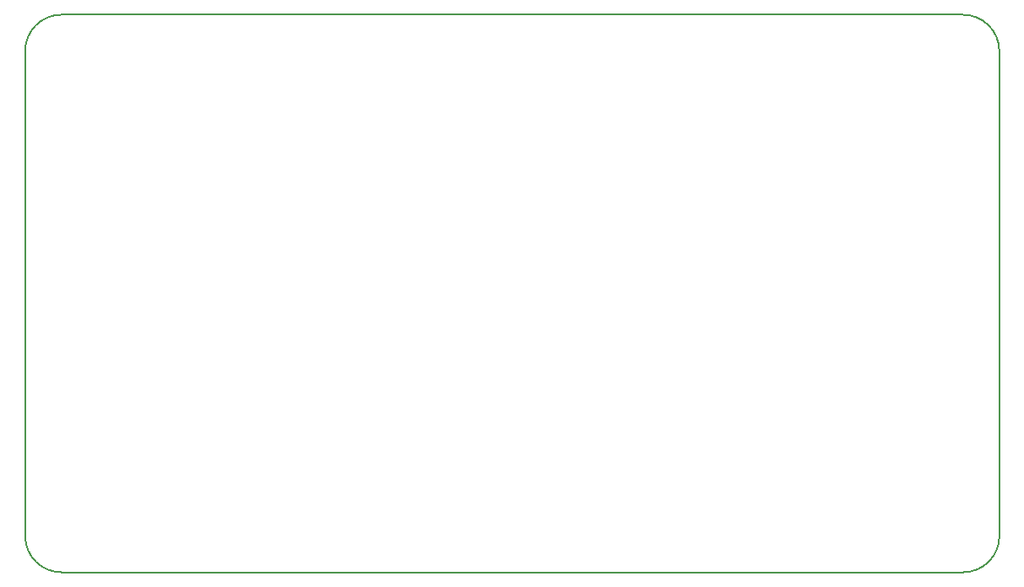
<source format=gbr>
G04 #@! TF.FileFunction,Profile,NP*
%FSLAX46Y46*%
G04 Gerber Fmt 4.6, Leading zero omitted, Abs format (unit mm)*
G04 Created by KiCad (PCBNEW 4.0.7) date 02/21/19 02:12:21*
%MOMM*%
%LPD*%
G01*
G04 APERTURE LIST*
%ADD10C,0.100000*%
%ADD11C,0.150000*%
G04 APERTURE END LIST*
D10*
D11*
X213159032Y-62087010D02*
G75*
G03X209494120Y-58493660I-3644592J-51550D01*
G01*
X213159340Y-62090300D02*
X213169500Y-110843060D01*
X209570320Y-114465100D02*
G75*
G03X213169261Y-110842903I-36055J3634839D01*
G01*
X119095520Y-58491120D02*
X209494120Y-58493660D01*
X119131080Y-114467640D02*
X209562700Y-114465100D01*
X115462109Y-110845607D02*
G75*
G03X119127329Y-114465100I3642360J22867D01*
G01*
X119092976Y-58491965D02*
G75*
G03X115458240Y-62171580I11493J-3646363D01*
G01*
X115458240Y-62171580D02*
X115463320Y-110845600D01*
M02*

</source>
